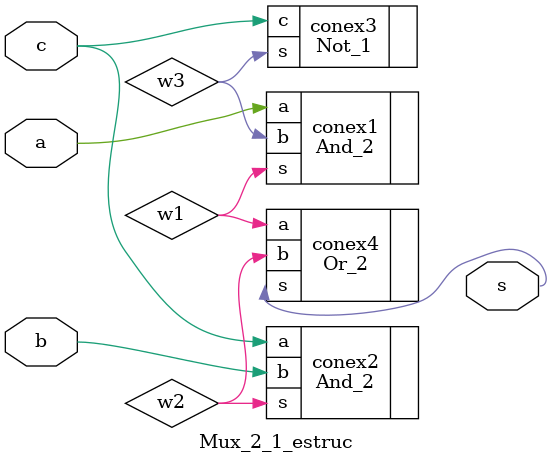
<source format=v>
module Mux_2_1_estruc (

input a,b,c,
output s);

wire w1,w2,w3;

And_2 conex1 (.a(a),.b(w3),.s(w1));
And_2 conex2 (.a(c),.b(b),.s(w2));
Not_1 conex3 (.c(c),.s(w3));
Or_2 conex4 (.a(w1),.b(w2),.s(s));

endmodule 
</source>
